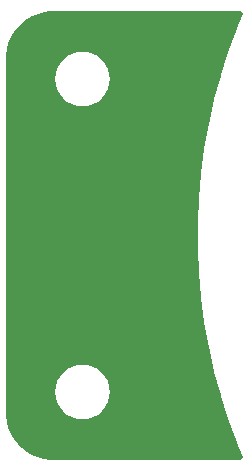
<source format=gbl>
G04*
G04 #@! TF.GenerationSoftware,Altium Limited,Altium Designer,19.1.5 (86)*
G04*
G04 Layer_Physical_Order=2*
G04 Layer_Color=16711680*
%FSLAX25Y25*%
%MOIN*%
G70*
G01*
G75*
G36*
X53443Y73769D02*
X51474Y69082D01*
X51450Y68996D01*
X51409Y68918D01*
X48592Y61286D01*
X48572Y61200D01*
X48535Y61120D01*
X46058Y53371D01*
X46042Y53284D01*
X46008Y53202D01*
X43876Y45351D01*
X43864Y45264D01*
X43833Y45181D01*
X42050Y37243D01*
X42042Y37155D01*
X42015Y37071D01*
X40584Y29062D01*
X40580Y28974D01*
X40558Y28889D01*
X39482Y20824D01*
X39482Y20736D01*
X39463Y20650D01*
X38744Y12546D01*
X38748Y12458D01*
X38733Y12371D01*
X38373Y4243D01*
X38381Y4155D01*
X38369Y4068D01*
Y-4068D01*
X38381Y-4155D01*
X38373Y-4243D01*
X38733Y-12371D01*
X38748Y-12458D01*
X38744Y-12546D01*
X39463Y-20650D01*
X39482Y-20736D01*
X39482Y-20824D01*
X40558Y-28889D01*
X40580Y-28974D01*
X40584Y-29062D01*
X42015Y-37071D01*
X42042Y-37155D01*
X42050Y-37243D01*
X43833Y-45181D01*
X43864Y-45264D01*
X43876Y-45351D01*
X46008Y-53202D01*
X46042Y-53284D01*
X46058Y-53371D01*
X48535Y-61120D01*
X48573Y-61200D01*
X48592Y-61286D01*
X51409Y-68918D01*
X51450Y-68996D01*
X51474Y-69082D01*
X53443Y-73769D01*
X52779Y-74769D01*
X-10872D01*
X-12915Y-74500D01*
X-14905Y-73967D01*
X-16808Y-73179D01*
X-18591Y-72149D01*
X-20226Y-70895D01*
X-21682Y-69438D01*
X-22936Y-67804D01*
X-23966Y-66020D01*
X-24755Y-64117D01*
X-25288Y-62127D01*
X-25557Y-60085D01*
Y-59055D01*
Y59055D01*
Y60085D01*
X-25288Y62127D01*
X-24755Y64117D01*
X-23966Y66020D01*
X-22936Y67804D01*
X-21682Y69438D01*
X-20226Y70895D01*
X-18591Y72149D01*
X-16808Y73179D01*
X-14905Y73967D01*
X-12915Y74500D01*
X-10872Y74769D01*
X52779D01*
X53443Y73769D01*
D02*
G37*
%LPC*%
G36*
X0Y61283D02*
X-1779Y61108D01*
X-3489Y60589D01*
X-5066Y59746D01*
X-6447Y58613D01*
X-7581Y57231D01*
X-8424Y55655D01*
X-8943Y53944D01*
X-9118Y52165D01*
X-8943Y50386D01*
X-8424Y48676D01*
X-7581Y47100D01*
X-6447Y45718D01*
X-5066Y44584D01*
X-3489Y43741D01*
X-1779Y43222D01*
X0Y43047D01*
X1779Y43222D01*
X3489Y43741D01*
X5066Y44584D01*
X6447Y45718D01*
X7581Y47100D01*
X8424Y48676D01*
X8943Y50386D01*
X9118Y52165D01*
X8943Y53944D01*
X8424Y55655D01*
X7581Y57231D01*
X6447Y58613D01*
X5066Y59746D01*
X3489Y60589D01*
X1779Y61108D01*
X0Y61283D01*
D02*
G37*
G36*
X-0Y-43047D02*
X-1779Y-43222D01*
X-3489Y-43741D01*
X-5066Y-44584D01*
X-6447Y-45718D01*
X-7581Y-47100D01*
X-8424Y-48676D01*
X-8943Y-50386D01*
X-9118Y-52165D01*
X-8943Y-53944D01*
X-8424Y-55655D01*
X-7581Y-57231D01*
X-6447Y-58613D01*
X-5066Y-59746D01*
X-3489Y-60589D01*
X-1779Y-61108D01*
X-0Y-61283D01*
X1779Y-61108D01*
X3489Y-60589D01*
X5066Y-59746D01*
X6447Y-58613D01*
X7581Y-57231D01*
X8424Y-55655D01*
X8943Y-53944D01*
X9118Y-52165D01*
X8943Y-50386D01*
X8424Y-48676D01*
X7581Y-47100D01*
X6447Y-45718D01*
X5066Y-44584D01*
X3489Y-43741D01*
X1779Y-43222D01*
X-0Y-43047D01*
D02*
G37*
%LPD*%
M02*

</source>
